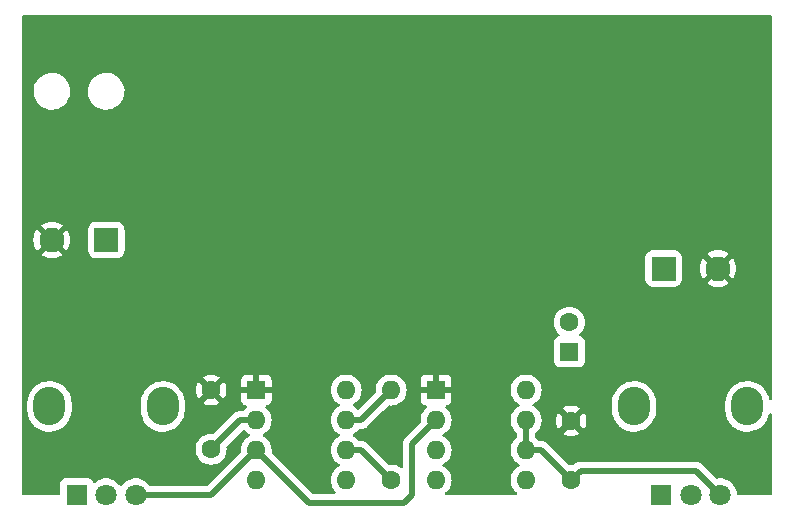
<source format=gbr>
%TF.GenerationSoftware,KiCad,Pcbnew,7.0.9*%
%TF.CreationDate,2023-11-29T23:53:56+08:00*%
%TF.ProjectId,SynthCard,53796e74-6843-4617-9264-2e6b69636164,rev?*%
%TF.SameCoordinates,Original*%
%TF.FileFunction,Copper,L2,Bot*%
%TF.FilePolarity,Positive*%
%FSLAX46Y46*%
G04 Gerber Fmt 4.6, Leading zero omitted, Abs format (unit mm)*
G04 Created by KiCad (PCBNEW 7.0.9) date 2023-11-29 23:53:56*
%MOMM*%
%LPD*%
G01*
G04 APERTURE LIST*
G04 Aperture macros list*
%AMRoundRect*
0 Rectangle with rounded corners*
0 $1 Rounding radius*
0 $2 $3 $4 $5 $6 $7 $8 $9 X,Y pos of 4 corners*
0 Add a 4 corners polygon primitive as box body*
4,1,4,$2,$3,$4,$5,$6,$7,$8,$9,$2,$3,0*
0 Add four circle primitives for the rounded corners*
1,1,$1+$1,$2,$3*
1,1,$1+$1,$4,$5*
1,1,$1+$1,$6,$7*
1,1,$1+$1,$8,$9*
0 Add four rect primitives between the rounded corners*
20,1,$1+$1,$2,$3,$4,$5,0*
20,1,$1+$1,$4,$5,$6,$7,0*
20,1,$1+$1,$6,$7,$8,$9,0*
20,1,$1+$1,$8,$9,$2,$3,0*%
G04 Aperture macros list end*
%TA.AperFunction,ComponentPad*%
%ADD10C,1.600000*%
%TD*%
%TA.AperFunction,ComponentPad*%
%ADD11O,1.600000X1.600000*%
%TD*%
%TA.AperFunction,ComponentPad*%
%ADD12R,1.600000X1.600000*%
%TD*%
%TA.AperFunction,ComponentPad*%
%ADD13O,2.720000X3.240000*%
%TD*%
%TA.AperFunction,ComponentPad*%
%ADD14R,1.800000X1.800000*%
%TD*%
%TA.AperFunction,ComponentPad*%
%ADD15C,1.800000*%
%TD*%
%TA.AperFunction,ComponentPad*%
%ADD16RoundRect,0.250001X-0.799999X-0.799999X0.799999X-0.799999X0.799999X0.799999X-0.799999X0.799999X0*%
%TD*%
%TA.AperFunction,ComponentPad*%
%ADD17C,2.100000*%
%TD*%
%TA.AperFunction,ComponentPad*%
%ADD18RoundRect,0.250001X0.799999X0.799999X-0.799999X0.799999X-0.799999X-0.799999X0.799999X-0.799999X0*%
%TD*%
%TA.AperFunction,Conductor*%
%ADD19C,0.500000*%
%TD*%
G04 APERTURE END LIST*
D10*
%TO.P,R1,1*%
%TO.N,Net-(U1-THR)*%
X135400000Y-120650000D03*
D11*
%TO.P,R1,2*%
%TO.N,Net-(U1-DIS)*%
X135400000Y-113030000D03*
%TD*%
D10*
%TO.P,C2,1*%
%TO.N,Net-(U2-DIS)*%
X150640000Y-120650000D03*
%TO.P,C2,2*%
%TO.N,GND*%
X150640000Y-115650000D03*
%TD*%
D12*
%TO.P,C3,1*%
%TO.N,Net-(U2-Q)*%
X150495000Y-109790113D03*
D10*
%TO.P,C3,2*%
%TO.N,Net-(C3-Pad2)*%
X150495000Y-107290113D03*
%TD*%
%TO.P,C1,1*%
%TO.N,Net-(U1-TR)*%
X120160000Y-118030000D03*
%TO.P,C1,2*%
%TO.N,GND*%
X120160000Y-113030000D03*
%TD*%
D13*
%TO.P,RV1,*%
%TO.N,*%
X106480000Y-114420000D03*
X116080000Y-114420000D03*
D14*
%TO.P,RV1,1,1*%
%TO.N,+9V*%
X108780000Y-121920000D03*
D15*
%TO.P,RV1,2,2*%
X111280000Y-121920000D03*
%TO.P,RV1,3,3*%
%TO.N,Net-(U1-Q)*%
X113780000Y-121920000D03*
%TD*%
D12*
%TO.P,U1,1,GND*%
%TO.N,GND*%
X123980000Y-113030000D03*
D11*
%TO.P,U1,2,TR*%
%TO.N,Net-(U1-TR)*%
X123980000Y-115570000D03*
%TO.P,U1,3,Q*%
%TO.N,Net-(U1-Q)*%
X123980000Y-118110000D03*
%TO.P,U1,4,R*%
%TO.N,+9V*%
X123980000Y-120650000D03*
%TO.P,U1,5,CV*%
%TO.N,unconnected-(U1-CV-Pad5)*%
X131600000Y-120650000D03*
%TO.P,U1,6,THR*%
%TO.N,Net-(U1-THR)*%
X131600000Y-118110000D03*
%TO.P,U1,7,DIS*%
%TO.N,Net-(U1-DIS)*%
X131600000Y-115570000D03*
%TO.P,U1,8,VCC*%
%TO.N,+9V*%
X131600000Y-113030000D03*
%TD*%
D16*
%TO.P,LS1,1,1*%
%TO.N,Net-(C3-Pad2)*%
X158482000Y-102743000D03*
D17*
%TO.P,LS1,2,2*%
%TO.N,GND*%
X163082000Y-102743000D03*
%TD*%
D18*
%TO.P,BT1,1,+*%
%TO.N,+9V*%
X111280000Y-100330000D03*
D17*
%TO.P,BT1,2,-*%
%TO.N,GND*%
X106680000Y-100330000D03*
%TD*%
D12*
%TO.P,U2,1,GND*%
%TO.N,GND*%
X139210000Y-113030000D03*
D11*
%TO.P,U2,2,TR*%
%TO.N,Net-(U1-Q)*%
X139210000Y-115570000D03*
%TO.P,U2,3,Q*%
%TO.N,Net-(U2-Q)*%
X139210000Y-118110000D03*
%TO.P,U2,4,R*%
%TO.N,+9V*%
X139210000Y-120650000D03*
%TO.P,U2,5,CV*%
%TO.N,unconnected-(U2-CV-Pad5)*%
X146830000Y-120650000D03*
%TO.P,U2,6,THR*%
%TO.N,Net-(U2-DIS)*%
X146830000Y-118110000D03*
%TO.P,U2,7,DIS*%
X146830000Y-115570000D03*
%TO.P,U2,8,VCC*%
%TO.N,+9V*%
X146830000Y-113030000D03*
%TD*%
D13*
%TO.P,RV2,*%
%TO.N,*%
X155970000Y-114420000D03*
X165570000Y-114420000D03*
D14*
%TO.P,RV2,1,1*%
%TO.N,+9V*%
X158270000Y-121920000D03*
D15*
%TO.P,RV2,2,2*%
X160770000Y-121920000D03*
%TO.P,RV2,3,3*%
%TO.N,Net-(U2-DIS)*%
X163270000Y-121920000D03*
%TD*%
D19*
%TO.N,Net-(U1-TR)*%
X122620000Y-115570000D02*
X120160000Y-118030000D01*
X123980000Y-115570000D02*
X122620000Y-115570000D01*
%TO.N,Net-(U2-DIS)*%
X146830000Y-118110000D02*
X148100000Y-118110000D01*
X150640000Y-120650000D02*
X151439999Y-119850001D01*
X161200001Y-119850001D02*
X163270000Y-121920000D01*
X151439999Y-119850001D02*
X161200001Y-119850001D01*
X148100000Y-118110000D02*
X150640000Y-120650000D01*
X146830000Y-115570000D02*
X146830000Y-118110000D01*
%TO.N,Net-(U1-THR)*%
X131600000Y-118110000D02*
X132860000Y-118110000D01*
X132860000Y-118110000D02*
X135400000Y-120650000D01*
%TO.N,Net-(U1-DIS)*%
X132860000Y-115570000D02*
X135400000Y-113030000D01*
X131600000Y-115570000D02*
X132860000Y-115570000D01*
%TO.N,Net-(U1-Q)*%
X128425000Y-122555000D02*
X123980000Y-118110000D01*
X123980000Y-118110000D02*
X120170000Y-121920000D01*
X137160000Y-117620000D02*
X137160000Y-121920000D01*
X136525000Y-122555000D02*
X128425000Y-122555000D01*
X139210000Y-115570000D02*
X137160000Y-117620000D01*
X137160000Y-121920000D02*
X136525000Y-122555000D01*
X120170000Y-121920000D02*
X113780000Y-121920000D01*
%TD*%
%TA.AperFunction,Conductor*%
%TO.N,GND*%
G36*
X167583039Y-81299685D02*
G01*
X167628794Y-81352489D01*
X167640000Y-81404000D01*
X167640000Y-113732016D01*
X167620315Y-113799055D01*
X167567511Y-113844810D01*
X167498353Y-113854754D01*
X167434797Y-113825729D01*
X167397023Y-113766951D01*
X167394967Y-113758977D01*
X167364065Y-113620253D01*
X167364063Y-113620249D01*
X167364063Y-113620247D01*
X167266355Y-113364781D01*
X167132493Y-113126264D01*
X167058160Y-113030000D01*
X166965330Y-112909781D01*
X166965321Y-112909771D01*
X166768429Y-112719944D01*
X166768427Y-112719942D01*
X166651522Y-112636303D01*
X166545981Y-112560795D01*
X166538200Y-112556794D01*
X166302749Y-112435739D01*
X166302727Y-112435730D01*
X166043883Y-112347424D01*
X166043870Y-112347421D01*
X166043865Y-112347420D01*
X165774903Y-112297740D01*
X165501577Y-112287751D01*
X165229703Y-112317666D01*
X164965084Y-112386846D01*
X164713364Y-112493814D01*
X164479892Y-112636300D01*
X164479882Y-112636307D01*
X164269654Y-112811260D01*
X164269648Y-112811266D01*
X164087133Y-113014966D01*
X163936217Y-113243077D01*
X163820121Y-113490732D01*
X163820119Y-113490739D01*
X163741326Y-113752633D01*
X163741323Y-113752647D01*
X163723420Y-113874300D01*
X163701500Y-114023243D01*
X163701500Y-114023247D01*
X163701500Y-114748294D01*
X163716467Y-114952782D01*
X163716469Y-114952795D01*
X163775934Y-115219746D01*
X163775937Y-115219753D01*
X163849448Y-115411955D01*
X163873646Y-115475221D01*
X164007506Y-115713734D01*
X164007509Y-115713739D01*
X164174669Y-115930218D01*
X164174678Y-115930228D01*
X164283521Y-116035165D01*
X164371574Y-116120059D01*
X164594019Y-116279205D01*
X164639291Y-116302481D01*
X164837250Y-116404260D01*
X164837261Y-116404264D01*
X164837266Y-116404267D01*
X164837272Y-116404269D01*
X165096116Y-116492575D01*
X165096122Y-116492576D01*
X165096130Y-116492579D01*
X165365093Y-116542259D01*
X165529091Y-116548252D01*
X165638422Y-116552248D01*
X165638422Y-116552247D01*
X165638424Y-116552248D01*
X165910296Y-116522334D01*
X166174916Y-116453153D01*
X166289971Y-116404260D01*
X166426635Y-116346185D01*
X166426638Y-116346183D01*
X166426643Y-116346181D01*
X166660112Y-116203697D01*
X166870347Y-116028738D01*
X167052867Y-115825033D01*
X167203783Y-115596923D01*
X167319877Y-115349271D01*
X167349743Y-115250000D01*
X167397258Y-115092070D01*
X167435421Y-115033544D01*
X167499169Y-115004942D01*
X167568259Y-115015344D01*
X167620758Y-115061449D01*
X167640000Y-115127794D01*
X167640000Y-121796000D01*
X167620315Y-121863039D01*
X167567511Y-121908794D01*
X167516000Y-121920000D01*
X164797477Y-121920000D01*
X164730438Y-121900315D01*
X164684683Y-121847511D01*
X164673901Y-121806240D01*
X164666323Y-121714797D01*
X164664051Y-121687374D01*
X164606749Y-121461093D01*
X164512984Y-121247331D01*
X164456908Y-121161500D01*
X164385313Y-121051915D01*
X164227223Y-120880185D01*
X164227222Y-120880184D01*
X164227220Y-120880182D01*
X164043017Y-120736810D01*
X164043015Y-120736809D01*
X164043014Y-120736808D01*
X164043011Y-120736806D01*
X163837733Y-120625716D01*
X163837730Y-120625715D01*
X163837727Y-120625713D01*
X163837721Y-120625711D01*
X163837719Y-120625710D01*
X163616954Y-120549920D01*
X163425730Y-120518011D01*
X163386712Y-120511500D01*
X163153288Y-120511500D01*
X163153287Y-120511500D01*
X163028469Y-120532327D01*
X162959104Y-120523945D01*
X162920380Y-120497699D01*
X161781805Y-119359124D01*
X161770023Y-119345491D01*
X161755473Y-119325947D01*
X161755472Y-119325946D01*
X161755470Y-119325943D01*
X161750155Y-119321483D01*
X161714988Y-119291973D01*
X161710999Y-119288318D01*
X161705103Y-119282422D01*
X161705102Y-119282421D01*
X161679104Y-119261864D01*
X161677267Y-119260323D01*
X161619643Y-119211971D01*
X161619641Y-119211969D01*
X161619636Y-119211966D01*
X161613606Y-119208000D01*
X161613631Y-119207960D01*
X161607070Y-119203780D01*
X161607046Y-119203821D01*
X161600905Y-119200032D01*
X161530541Y-119167221D01*
X161461186Y-119132390D01*
X161454402Y-119129921D01*
X161454417Y-119129877D01*
X161447072Y-119127323D01*
X161447058Y-119127368D01*
X161440206Y-119125097D01*
X161402178Y-119117245D01*
X161364150Y-119109393D01*
X161288657Y-119091501D01*
X161288655Y-119091501D01*
X161288647Y-119091499D01*
X161281483Y-119090662D01*
X161281488Y-119090613D01*
X161273758Y-119089823D01*
X161273754Y-119089871D01*
X161266563Y-119089241D01*
X161188921Y-119091501D01*
X151504293Y-119091501D01*
X151486323Y-119090192D01*
X151462205Y-119086659D01*
X151417028Y-119090613D01*
X151409572Y-119091265D01*
X151404171Y-119091501D01*
X151395819Y-119091501D01*
X151379361Y-119093424D01*
X151362903Y-119095348D01*
X151285576Y-119102113D01*
X151278502Y-119103574D01*
X151278492Y-119103527D01*
X151270904Y-119105210D01*
X151270915Y-119105256D01*
X151263889Y-119106921D01*
X151263886Y-119106921D01*
X151263886Y-119106922D01*
X151213949Y-119125097D01*
X151190943Y-119133470D01*
X151117260Y-119157886D01*
X151110712Y-119160940D01*
X151110692Y-119160897D01*
X151103700Y-119164281D01*
X151103722Y-119164324D01*
X151097266Y-119167566D01*
X151032394Y-119210233D01*
X150966349Y-119250969D01*
X150960685Y-119255449D01*
X150960655Y-119255411D01*
X150954626Y-119260323D01*
X150954656Y-119260358D01*
X150949126Y-119264998D01*
X150904435Y-119312367D01*
X150844111Y-119347621D01*
X150803435Y-119350800D01*
X150640002Y-119336502D01*
X150639997Y-119336502D01*
X150476156Y-119350835D01*
X150407657Y-119337068D01*
X150377669Y-119314988D01*
X148681804Y-117619123D01*
X148670022Y-117605490D01*
X148655472Y-117585946D01*
X148655471Y-117585945D01*
X148655469Y-117585942D01*
X148649290Y-117580757D01*
X148614987Y-117551972D01*
X148610998Y-117548317D01*
X148605102Y-117542421D01*
X148605101Y-117542420D01*
X148579103Y-117521863D01*
X148519640Y-117471968D01*
X148519635Y-117471965D01*
X148513605Y-117467999D01*
X148513630Y-117467959D01*
X148507069Y-117463779D01*
X148507045Y-117463820D01*
X148500904Y-117460031D01*
X148430540Y-117427220D01*
X148361185Y-117392389D01*
X148354401Y-117389920D01*
X148354416Y-117389876D01*
X148347071Y-117387322D01*
X148347057Y-117387367D01*
X148340205Y-117385096D01*
X148302177Y-117377244D01*
X148264149Y-117369392D01*
X148188656Y-117351500D01*
X148188654Y-117351500D01*
X148188646Y-117351498D01*
X148181482Y-117350661D01*
X148181487Y-117350612D01*
X148173757Y-117349822D01*
X148173753Y-117349870D01*
X148166562Y-117349240D01*
X148088920Y-117351500D01*
X147960826Y-117351500D01*
X147893787Y-117331815D01*
X147859252Y-117298625D01*
X147852834Y-117289459D01*
X147836198Y-117265700D01*
X147674300Y-117103802D01*
X147641374Y-117080747D01*
X147597751Y-117026171D01*
X147588500Y-116979174D01*
X147588500Y-116700825D01*
X147608185Y-116633786D01*
X147641375Y-116599251D01*
X147674300Y-116576198D01*
X147836198Y-116414300D01*
X147967523Y-116226749D01*
X148064284Y-116019243D01*
X148123543Y-115798087D01*
X148136499Y-115650002D01*
X149335034Y-115650002D01*
X149354858Y-115876599D01*
X149354860Y-115876610D01*
X149413730Y-116096317D01*
X149413734Y-116096326D01*
X149509865Y-116302481D01*
X149509866Y-116302483D01*
X149560973Y-116375471D01*
X149560974Y-116375472D01*
X150242046Y-115694399D01*
X150254835Y-115775148D01*
X150312359Y-115888045D01*
X150401955Y-115977641D01*
X150514852Y-116035165D01*
X150595599Y-116047953D01*
X149914526Y-116729025D01*
X149914526Y-116729026D01*
X149987512Y-116780131D01*
X149987516Y-116780133D01*
X150193673Y-116876265D01*
X150193682Y-116876269D01*
X150413389Y-116935139D01*
X150413400Y-116935141D01*
X150639998Y-116954966D01*
X150640002Y-116954966D01*
X150866599Y-116935141D01*
X150866610Y-116935139D01*
X151086317Y-116876269D01*
X151086331Y-116876264D01*
X151292478Y-116780136D01*
X151365472Y-116729025D01*
X150684401Y-116047953D01*
X150765148Y-116035165D01*
X150878045Y-115977641D01*
X150967641Y-115888045D01*
X151025165Y-115775148D01*
X151037953Y-115694400D01*
X151719025Y-116375472D01*
X151770136Y-116302478D01*
X151866264Y-116096331D01*
X151866269Y-116096317D01*
X151925139Y-115876610D01*
X151925141Y-115876599D01*
X151944966Y-115650002D01*
X151944966Y-115649997D01*
X151925141Y-115423400D01*
X151925139Y-115423389D01*
X151866269Y-115203682D01*
X151866265Y-115203673D01*
X151770133Y-114997516D01*
X151770131Y-114997512D01*
X151719026Y-114924526D01*
X151719025Y-114924526D01*
X151037953Y-115605598D01*
X151025165Y-115524852D01*
X150967641Y-115411955D01*
X150878045Y-115322359D01*
X150765148Y-115264835D01*
X150684400Y-115252046D01*
X151188152Y-114748294D01*
X154101500Y-114748294D01*
X154116467Y-114952782D01*
X154116469Y-114952795D01*
X154175934Y-115219746D01*
X154175937Y-115219753D01*
X154249448Y-115411955D01*
X154273646Y-115475221D01*
X154407506Y-115713734D01*
X154407509Y-115713739D01*
X154574669Y-115930218D01*
X154574678Y-115930228D01*
X154683521Y-116035165D01*
X154771574Y-116120059D01*
X154994019Y-116279205D01*
X155039291Y-116302481D01*
X155237250Y-116404260D01*
X155237261Y-116404264D01*
X155237266Y-116404267D01*
X155237272Y-116404269D01*
X155496116Y-116492575D01*
X155496122Y-116492576D01*
X155496130Y-116492579D01*
X155765093Y-116542259D01*
X155929091Y-116548252D01*
X156038422Y-116552248D01*
X156038422Y-116552247D01*
X156038424Y-116552248D01*
X156310296Y-116522334D01*
X156574916Y-116453153D01*
X156689971Y-116404260D01*
X156826635Y-116346185D01*
X156826638Y-116346183D01*
X156826643Y-116346181D01*
X157060112Y-116203697D01*
X157270347Y-116028738D01*
X157452867Y-115825033D01*
X157603783Y-115596923D01*
X157719877Y-115349271D01*
X157788629Y-115120750D01*
X157798673Y-115087366D01*
X157798673Y-115087362D01*
X157798676Y-115087355D01*
X157838500Y-114816757D01*
X157838500Y-114091712D01*
X157823533Y-113887217D01*
X157796743Y-113766951D01*
X157764065Y-113620253D01*
X157764063Y-113620249D01*
X157764063Y-113620247D01*
X157666355Y-113364781D01*
X157532493Y-113126264D01*
X157458160Y-113030000D01*
X157365330Y-112909781D01*
X157365321Y-112909771D01*
X157168429Y-112719944D01*
X157168427Y-112719942D01*
X157051522Y-112636303D01*
X156945981Y-112560795D01*
X156938200Y-112556794D01*
X156702749Y-112435739D01*
X156702727Y-112435730D01*
X156443883Y-112347424D01*
X156443870Y-112347421D01*
X156443865Y-112347420D01*
X156174903Y-112297740D01*
X155901577Y-112287751D01*
X155629703Y-112317666D01*
X155365084Y-112386846D01*
X155113364Y-112493814D01*
X154879892Y-112636300D01*
X154879882Y-112636307D01*
X154669654Y-112811260D01*
X154669648Y-112811266D01*
X154487133Y-113014966D01*
X154336217Y-113243077D01*
X154220121Y-113490732D01*
X154220119Y-113490739D01*
X154141326Y-113752633D01*
X154141323Y-113752647D01*
X154123420Y-113874300D01*
X154101500Y-114023243D01*
X154101500Y-114023247D01*
X154101500Y-114748294D01*
X151188152Y-114748294D01*
X151365472Y-114570974D01*
X151365471Y-114570973D01*
X151292483Y-114519866D01*
X151292481Y-114519865D01*
X151086326Y-114423734D01*
X151086317Y-114423730D01*
X150866610Y-114364860D01*
X150866599Y-114364858D01*
X150640002Y-114345034D01*
X150639998Y-114345034D01*
X150413400Y-114364858D01*
X150413389Y-114364860D01*
X150193682Y-114423730D01*
X150193673Y-114423734D01*
X149987513Y-114519868D01*
X149914527Y-114570972D01*
X149914526Y-114570973D01*
X150595600Y-115252046D01*
X150514852Y-115264835D01*
X150401955Y-115322359D01*
X150312359Y-115411955D01*
X150254835Y-115524852D01*
X150242046Y-115605599D01*
X149560973Y-114924526D01*
X149560972Y-114924527D01*
X149509868Y-114997513D01*
X149413734Y-115203673D01*
X149413730Y-115203682D01*
X149354860Y-115423389D01*
X149354858Y-115423400D01*
X149335034Y-115649997D01*
X149335034Y-115650002D01*
X148136499Y-115650002D01*
X148143498Y-115570000D01*
X148123543Y-115341913D01*
X148064284Y-115120757D01*
X148048708Y-115087355D01*
X148000979Y-114984999D01*
X147967523Y-114913251D01*
X147836198Y-114725700D01*
X147674300Y-114563802D01*
X147486749Y-114432477D01*
X147467999Y-114423734D01*
X147443655Y-114412382D01*
X147391215Y-114366210D01*
X147372063Y-114299017D01*
X147392278Y-114232136D01*
X147443655Y-114187618D01*
X147446882Y-114186112D01*
X147486749Y-114167523D01*
X147674300Y-114036198D01*
X147836198Y-113874300D01*
X147967523Y-113686749D01*
X148064284Y-113479243D01*
X148123543Y-113258087D01*
X148143498Y-113030000D01*
X148123543Y-112801913D01*
X148064284Y-112580757D01*
X147967523Y-112373251D01*
X147836198Y-112185700D01*
X147674300Y-112023802D01*
X147486749Y-111892477D01*
X147486745Y-111892475D01*
X147279249Y-111795718D01*
X147279238Y-111795714D01*
X147058089Y-111736457D01*
X147058081Y-111736456D01*
X146830002Y-111716502D01*
X146829998Y-111716502D01*
X146601918Y-111736456D01*
X146601910Y-111736457D01*
X146380761Y-111795714D01*
X146380750Y-111795718D01*
X146173254Y-111892475D01*
X146173252Y-111892476D01*
X146102856Y-111941767D01*
X145985700Y-112023802D01*
X145985698Y-112023803D01*
X145985695Y-112023806D01*
X145823806Y-112185695D01*
X145692476Y-112373252D01*
X145692475Y-112373254D01*
X145595718Y-112580750D01*
X145595714Y-112580761D01*
X145536457Y-112801910D01*
X145536456Y-112801918D01*
X145516502Y-113029998D01*
X145516502Y-113030001D01*
X145536456Y-113258081D01*
X145536457Y-113258089D01*
X145595714Y-113479238D01*
X145595718Y-113479249D01*
X145690485Y-113682478D01*
X145692477Y-113686749D01*
X145823802Y-113874300D01*
X145985700Y-114036198D01*
X146162694Y-114160131D01*
X146173251Y-114167523D01*
X146216345Y-114187618D01*
X146268784Y-114233791D01*
X146287936Y-114300984D01*
X146267720Y-114367865D01*
X146216345Y-114412382D01*
X146173251Y-114432476D01*
X146105268Y-114480079D01*
X145985700Y-114563802D01*
X145985698Y-114563803D01*
X145985695Y-114563806D01*
X145823806Y-114725695D01*
X145823803Y-114725698D01*
X145823802Y-114725700D01*
X145767114Y-114806659D01*
X145692476Y-114913252D01*
X145692475Y-114913254D01*
X145595718Y-115120750D01*
X145595714Y-115120761D01*
X145536457Y-115341910D01*
X145536456Y-115341918D01*
X145516502Y-115569998D01*
X145516502Y-115570001D01*
X145536456Y-115798081D01*
X145536457Y-115798089D01*
X145595714Y-116019238D01*
X145595718Y-116019249D01*
X145684558Y-116209766D01*
X145692477Y-116226749D01*
X145823802Y-116414300D01*
X145823805Y-116414303D01*
X145823806Y-116414304D01*
X145985695Y-116576194D01*
X145985698Y-116576196D01*
X145985700Y-116576198D01*
X146018623Y-116599250D01*
X146062247Y-116653824D01*
X146071500Y-116700825D01*
X146071500Y-116979174D01*
X146051815Y-117046213D01*
X146018626Y-117080746D01*
X145985700Y-117103802D01*
X145985696Y-117103805D01*
X145823806Y-117265695D01*
X145823803Y-117265698D01*
X145823802Y-117265700D01*
X145758604Y-117358812D01*
X145692476Y-117453252D01*
X145692475Y-117453254D01*
X145595718Y-117660750D01*
X145595714Y-117660761D01*
X145536457Y-117881910D01*
X145536456Y-117881918D01*
X145516502Y-118109998D01*
X145516502Y-118110001D01*
X145536456Y-118338081D01*
X145536457Y-118338089D01*
X145595714Y-118559238D01*
X145595718Y-118559249D01*
X145692475Y-118766745D01*
X145692477Y-118766749D01*
X145823802Y-118954300D01*
X145985700Y-119116198D01*
X146119996Y-119210233D01*
X146173251Y-119247523D01*
X146216345Y-119267618D01*
X146268784Y-119313791D01*
X146287936Y-119380984D01*
X146267720Y-119447865D01*
X146216345Y-119492382D01*
X146173251Y-119512476D01*
X146072945Y-119582712D01*
X145985700Y-119643802D01*
X145985698Y-119643803D01*
X145985695Y-119643806D01*
X145823806Y-119805695D01*
X145823803Y-119805698D01*
X145823802Y-119805700D01*
X145764074Y-119891000D01*
X145692476Y-119993252D01*
X145692475Y-119993254D01*
X145595718Y-120200750D01*
X145595714Y-120200761D01*
X145536457Y-120421910D01*
X145536456Y-120421918D01*
X145516502Y-120649998D01*
X145516502Y-120650001D01*
X145536456Y-120878081D01*
X145536457Y-120878089D01*
X145595714Y-121099238D01*
X145595718Y-121099249D01*
X145664770Y-121247331D01*
X145692477Y-121306749D01*
X145823802Y-121494300D01*
X145823806Y-121494304D01*
X145985699Y-121656197D01*
X146040295Y-121694426D01*
X146083920Y-121749003D01*
X146091112Y-121818501D01*
X146059590Y-121880856D01*
X145999360Y-121916269D01*
X145969171Y-121920000D01*
X140070829Y-121920000D01*
X140003790Y-121900315D01*
X139958035Y-121847511D01*
X139948091Y-121778353D01*
X139977116Y-121714797D01*
X139999705Y-121694426D01*
X140009776Y-121687374D01*
X140054300Y-121656198D01*
X140216198Y-121494300D01*
X140347523Y-121306749D01*
X140444284Y-121099243D01*
X140503543Y-120878087D01*
X140523498Y-120650000D01*
X140521373Y-120625716D01*
X140513203Y-120532327D01*
X140503543Y-120421913D01*
X140444284Y-120200757D01*
X140347523Y-119993251D01*
X140216198Y-119805700D01*
X140054300Y-119643802D01*
X139866749Y-119512477D01*
X139823655Y-119492382D01*
X139771215Y-119446210D01*
X139752063Y-119379017D01*
X139772278Y-119312136D01*
X139823655Y-119267618D01*
X139829273Y-119264998D01*
X139866749Y-119247523D01*
X140054300Y-119116198D01*
X140216198Y-118954300D01*
X140347523Y-118766749D01*
X140444284Y-118559243D01*
X140503543Y-118338087D01*
X140523498Y-118110000D01*
X140503543Y-117881913D01*
X140444284Y-117660757D01*
X140406981Y-117580761D01*
X140405736Y-117578091D01*
X140347523Y-117453251D01*
X140216198Y-117265700D01*
X140054300Y-117103802D01*
X139866749Y-116972477D01*
X139823655Y-116952382D01*
X139771215Y-116906210D01*
X139752063Y-116839017D01*
X139772278Y-116772136D01*
X139823655Y-116727618D01*
X139826882Y-116726112D01*
X139866749Y-116707523D01*
X140054300Y-116576198D01*
X140216198Y-116414300D01*
X140347523Y-116226749D01*
X140444284Y-116019243D01*
X140503543Y-115798087D01*
X140523498Y-115570000D01*
X140503543Y-115341913D01*
X140444284Y-115120757D01*
X140428708Y-115087355D01*
X140380979Y-114984999D01*
X140347523Y-114913251D01*
X140216198Y-114725700D01*
X140054300Y-114563802D01*
X140035998Y-114550986D01*
X139992375Y-114496410D01*
X139985183Y-114426912D01*
X140016706Y-114364558D01*
X140076937Y-114329145D01*
X140093871Y-114326124D01*
X140117379Y-114323596D01*
X140252086Y-114273354D01*
X140252093Y-114273350D01*
X140367187Y-114187190D01*
X140367190Y-114187187D01*
X140453350Y-114072093D01*
X140453354Y-114072086D01*
X140503596Y-113937379D01*
X140503598Y-113937372D01*
X140509999Y-113877844D01*
X140510000Y-113877827D01*
X140510000Y-113280000D01*
X139525686Y-113280000D01*
X139537641Y-113268045D01*
X139595165Y-113155148D01*
X139614986Y-113030000D01*
X139595165Y-112904852D01*
X139537641Y-112791955D01*
X139525686Y-112780000D01*
X140510000Y-112780000D01*
X140510000Y-112182172D01*
X140509999Y-112182155D01*
X140503598Y-112122627D01*
X140503596Y-112122620D01*
X140453354Y-111987913D01*
X140453350Y-111987906D01*
X140367190Y-111872812D01*
X140367187Y-111872809D01*
X140252093Y-111786649D01*
X140252086Y-111786645D01*
X140117379Y-111736403D01*
X140117372Y-111736401D01*
X140057844Y-111730000D01*
X139460000Y-111730000D01*
X139460000Y-112714314D01*
X139448045Y-112702359D01*
X139335148Y-112644835D01*
X139241481Y-112630000D01*
X139178519Y-112630000D01*
X139084852Y-112644835D01*
X138971955Y-112702359D01*
X138960000Y-112714314D01*
X138960000Y-111730000D01*
X138362155Y-111730000D01*
X138302627Y-111736401D01*
X138302620Y-111736403D01*
X138167913Y-111786645D01*
X138167906Y-111786649D01*
X138052812Y-111872809D01*
X138052809Y-111872812D01*
X137966649Y-111987906D01*
X137966645Y-111987913D01*
X137916403Y-112122620D01*
X137916401Y-112122627D01*
X137910000Y-112182155D01*
X137910000Y-112780000D01*
X138894314Y-112780000D01*
X138882359Y-112791955D01*
X138824835Y-112904852D01*
X138805014Y-113030000D01*
X138824835Y-113155148D01*
X138882359Y-113268045D01*
X138894314Y-113280000D01*
X137910000Y-113280000D01*
X137910000Y-113877844D01*
X137916401Y-113937372D01*
X137916403Y-113937379D01*
X137966645Y-114072086D01*
X137966649Y-114072093D01*
X138052809Y-114187187D01*
X138052812Y-114187190D01*
X138167906Y-114273350D01*
X138167913Y-114273354D01*
X138302620Y-114323596D01*
X138302619Y-114323596D01*
X138326129Y-114326124D01*
X138390680Y-114352862D01*
X138430529Y-114410254D01*
X138433023Y-114480079D01*
X138397372Y-114540168D01*
X138384002Y-114550986D01*
X138365699Y-114563802D01*
X138203806Y-114725695D01*
X138203803Y-114725698D01*
X138203802Y-114725700D01*
X138147114Y-114806659D01*
X138072476Y-114913252D01*
X138072475Y-114913254D01*
X137975718Y-115120750D01*
X137975714Y-115120761D01*
X137916457Y-115341910D01*
X137916456Y-115341918D01*
X137896502Y-115569998D01*
X137896502Y-115570002D01*
X137910835Y-115733841D01*
X137897068Y-115802341D01*
X137874988Y-115832329D01*
X136669122Y-117038195D01*
X136655495Y-117049973D01*
X136635941Y-117064531D01*
X136601977Y-117105006D01*
X136598330Y-117108987D01*
X136592418Y-117114900D01*
X136571863Y-117140896D01*
X136521967Y-117200360D01*
X136518001Y-117206391D01*
X136517963Y-117206366D01*
X136513782Y-117212928D01*
X136513821Y-117212952D01*
X136510032Y-117219094D01*
X136477220Y-117289459D01*
X136442391Y-117358810D01*
X136439923Y-117365593D01*
X136439878Y-117365576D01*
X136437322Y-117372932D01*
X136437366Y-117372947D01*
X136435096Y-117379795D01*
X136427244Y-117417822D01*
X136419392Y-117455850D01*
X136415572Y-117471970D01*
X136401498Y-117531351D01*
X136400661Y-117538519D01*
X136400613Y-117538513D01*
X136399823Y-117546244D01*
X136399870Y-117546249D01*
X136399240Y-117553438D01*
X136401500Y-117631079D01*
X136401500Y-119515673D01*
X136381815Y-119582712D01*
X136329011Y-119628467D01*
X136259853Y-119638411D01*
X136206378Y-119617248D01*
X136056749Y-119512477D01*
X136013655Y-119492382D01*
X135849249Y-119415718D01*
X135849238Y-119415714D01*
X135628089Y-119356457D01*
X135628081Y-119356456D01*
X135400002Y-119336502D01*
X135399997Y-119336502D01*
X135236156Y-119350835D01*
X135167657Y-119337068D01*
X135137669Y-119314988D01*
X133441804Y-117619123D01*
X133430022Y-117605490D01*
X133415472Y-117585946D01*
X133415471Y-117585945D01*
X133415469Y-117585942D01*
X133409290Y-117580757D01*
X133374987Y-117551972D01*
X133370998Y-117548317D01*
X133365102Y-117542421D01*
X133365101Y-117542420D01*
X133339103Y-117521863D01*
X133279640Y-117471968D01*
X133279635Y-117471965D01*
X133273605Y-117467999D01*
X133273630Y-117467959D01*
X133267069Y-117463779D01*
X133267045Y-117463820D01*
X133260904Y-117460031D01*
X133190540Y-117427220D01*
X133121185Y-117392389D01*
X133114401Y-117389920D01*
X133114416Y-117389876D01*
X133107071Y-117387322D01*
X133107057Y-117387367D01*
X133100205Y-117385096D01*
X133062177Y-117377244D01*
X133024149Y-117369392D01*
X132948656Y-117351500D01*
X132948654Y-117351500D01*
X132948646Y-117351498D01*
X132941482Y-117350661D01*
X132941487Y-117350612D01*
X132933757Y-117349822D01*
X132933753Y-117349870D01*
X132926562Y-117349240D01*
X132848920Y-117351500D01*
X132730826Y-117351500D01*
X132663787Y-117331815D01*
X132629252Y-117298625D01*
X132622834Y-117289459D01*
X132606198Y-117265700D01*
X132444300Y-117103802D01*
X132256749Y-116972477D01*
X132213655Y-116952382D01*
X132161215Y-116906210D01*
X132142063Y-116839017D01*
X132162278Y-116772136D01*
X132213655Y-116727618D01*
X132216882Y-116726112D01*
X132256749Y-116707523D01*
X132444300Y-116576198D01*
X132606198Y-116414300D01*
X132629252Y-116381374D01*
X132683829Y-116337751D01*
X132730826Y-116328500D01*
X132795706Y-116328500D01*
X132813676Y-116329809D01*
X132816174Y-116330174D01*
X132837789Y-116333341D01*
X132890426Y-116328735D01*
X132895828Y-116328500D01*
X132904175Y-116328500D01*
X132904180Y-116328500D01*
X132927835Y-116325734D01*
X132937096Y-116324652D01*
X133014419Y-116317888D01*
X133014422Y-116317887D01*
X133014426Y-116317887D01*
X133014429Y-116317885D01*
X133021493Y-116316427D01*
X133021502Y-116316474D01*
X133029097Y-116314790D01*
X133029087Y-116314744D01*
X133036107Y-116313079D01*
X133036113Y-116313079D01*
X133109065Y-116286526D01*
X133182738Y-116262114D01*
X133182746Y-116262108D01*
X133189284Y-116259061D01*
X133189305Y-116259106D01*
X133196302Y-116255719D01*
X133196280Y-116255675D01*
X133202729Y-116252436D01*
X133202728Y-116252436D01*
X133202732Y-116252435D01*
X133267605Y-116209766D01*
X133333651Y-116169030D01*
X133333655Y-116169025D01*
X133339319Y-116164548D01*
X133339350Y-116164587D01*
X133345374Y-116159680D01*
X133345342Y-116159642D01*
X133350864Y-116155007D01*
X133350874Y-116155001D01*
X133383840Y-116120059D01*
X133404163Y-116098518D01*
X134700431Y-114802249D01*
X135137671Y-114365008D01*
X135198992Y-114331525D01*
X135236154Y-114329163D01*
X135377987Y-114341572D01*
X135399999Y-114343498D01*
X135400000Y-114343498D01*
X135400002Y-114343498D01*
X135457021Y-114338509D01*
X135628087Y-114323543D01*
X135849243Y-114264284D01*
X136056749Y-114167523D01*
X136244300Y-114036198D01*
X136406198Y-113874300D01*
X136537523Y-113686749D01*
X136634284Y-113479243D01*
X136693543Y-113258087D01*
X136713498Y-113030000D01*
X136693543Y-112801913D01*
X136634284Y-112580757D01*
X136537523Y-112373251D01*
X136406198Y-112185700D01*
X136244300Y-112023802D01*
X136056749Y-111892477D01*
X136056745Y-111892475D01*
X135849249Y-111795718D01*
X135849238Y-111795714D01*
X135628089Y-111736457D01*
X135628081Y-111736456D01*
X135400002Y-111716502D01*
X135399998Y-111716502D01*
X135171918Y-111736456D01*
X135171910Y-111736457D01*
X134950761Y-111795714D01*
X134950750Y-111795718D01*
X134743254Y-111892475D01*
X134743252Y-111892476D01*
X134672856Y-111941767D01*
X134555700Y-112023802D01*
X134555698Y-112023803D01*
X134555695Y-112023806D01*
X134393806Y-112185695D01*
X134262476Y-112373252D01*
X134262475Y-112373254D01*
X134165718Y-112580750D01*
X134165714Y-112580761D01*
X134106457Y-112801910D01*
X134106456Y-112801918D01*
X134086502Y-113029998D01*
X134086502Y-113030002D01*
X134100835Y-113193841D01*
X134087068Y-113262341D01*
X134064988Y-113292329D01*
X132706589Y-114650729D01*
X132645266Y-114684214D01*
X132575574Y-114679230D01*
X132531227Y-114650729D01*
X132444304Y-114563806D01*
X132444300Y-114563802D01*
X132256749Y-114432477D01*
X132237999Y-114423734D01*
X132213655Y-114412382D01*
X132161215Y-114366210D01*
X132142063Y-114299017D01*
X132162278Y-114232136D01*
X132213655Y-114187618D01*
X132216882Y-114186112D01*
X132256749Y-114167523D01*
X132444300Y-114036198D01*
X132606198Y-113874300D01*
X132737523Y-113686749D01*
X132834284Y-113479243D01*
X132893543Y-113258087D01*
X132913498Y-113030000D01*
X132893543Y-112801913D01*
X132834284Y-112580757D01*
X132737523Y-112373251D01*
X132606198Y-112185700D01*
X132444300Y-112023802D01*
X132256749Y-111892477D01*
X132256745Y-111892475D01*
X132049249Y-111795718D01*
X132049238Y-111795714D01*
X131828089Y-111736457D01*
X131828081Y-111736456D01*
X131600002Y-111716502D01*
X131599998Y-111716502D01*
X131371918Y-111736456D01*
X131371910Y-111736457D01*
X131150761Y-111795714D01*
X131150750Y-111795718D01*
X130943254Y-111892475D01*
X130943252Y-111892476D01*
X130872856Y-111941767D01*
X130755700Y-112023802D01*
X130755698Y-112023803D01*
X130755695Y-112023806D01*
X130593806Y-112185695D01*
X130462476Y-112373252D01*
X130462475Y-112373254D01*
X130365718Y-112580750D01*
X130365714Y-112580761D01*
X130306457Y-112801910D01*
X130306456Y-112801918D01*
X130286502Y-113029998D01*
X130286502Y-113030001D01*
X130306456Y-113258081D01*
X130306457Y-113258089D01*
X130365714Y-113479238D01*
X130365718Y-113479249D01*
X130460485Y-113682478D01*
X130462477Y-113686749D01*
X130593802Y-113874300D01*
X130755700Y-114036198D01*
X130932694Y-114160131D01*
X130943251Y-114167523D01*
X130986345Y-114187618D01*
X131038784Y-114233791D01*
X131057936Y-114300984D01*
X131037720Y-114367865D01*
X130986345Y-114412382D01*
X130943251Y-114432476D01*
X130875268Y-114480079D01*
X130755700Y-114563802D01*
X130755698Y-114563803D01*
X130755695Y-114563806D01*
X130593806Y-114725695D01*
X130593803Y-114725698D01*
X130593802Y-114725700D01*
X130537114Y-114806659D01*
X130462476Y-114913252D01*
X130462475Y-114913254D01*
X130365718Y-115120750D01*
X130365714Y-115120761D01*
X130306457Y-115341910D01*
X130306456Y-115341918D01*
X130286502Y-115569998D01*
X130286502Y-115570001D01*
X130306456Y-115798081D01*
X130306457Y-115798089D01*
X130365714Y-116019238D01*
X130365718Y-116019249D01*
X130454558Y-116209766D01*
X130462477Y-116226749D01*
X130593802Y-116414300D01*
X130755700Y-116576198D01*
X130925349Y-116694988D01*
X130943251Y-116707523D01*
X130986345Y-116727618D01*
X131038784Y-116773791D01*
X131057936Y-116840984D01*
X131037720Y-116907865D01*
X130986345Y-116952382D01*
X130943251Y-116972476D01*
X130818126Y-117060090D01*
X130755700Y-117103802D01*
X130755698Y-117103803D01*
X130755695Y-117103806D01*
X130593806Y-117265695D01*
X130593803Y-117265698D01*
X130593802Y-117265700D01*
X130528604Y-117358812D01*
X130462476Y-117453252D01*
X130462475Y-117453254D01*
X130365718Y-117660750D01*
X130365714Y-117660761D01*
X130306457Y-117881910D01*
X130306456Y-117881918D01*
X130286502Y-118109998D01*
X130286502Y-118110001D01*
X130306456Y-118338081D01*
X130306457Y-118338089D01*
X130365714Y-118559238D01*
X130365718Y-118559249D01*
X130462475Y-118766745D01*
X130462477Y-118766749D01*
X130593802Y-118954300D01*
X130755700Y-119116198D01*
X130889996Y-119210233D01*
X130943251Y-119247523D01*
X130986345Y-119267618D01*
X131038784Y-119313791D01*
X131057936Y-119380984D01*
X131037720Y-119447865D01*
X130986345Y-119492382D01*
X130943251Y-119512476D01*
X130842945Y-119582712D01*
X130755700Y-119643802D01*
X130755698Y-119643803D01*
X130755695Y-119643806D01*
X130593806Y-119805695D01*
X130593803Y-119805698D01*
X130593802Y-119805700D01*
X130534074Y-119891000D01*
X130462476Y-119993252D01*
X130462475Y-119993254D01*
X130365718Y-120200750D01*
X130365714Y-120200761D01*
X130306457Y-120421910D01*
X130306456Y-120421918D01*
X130286502Y-120649998D01*
X130286502Y-120650001D01*
X130306456Y-120878081D01*
X130306457Y-120878089D01*
X130365714Y-121099238D01*
X130365718Y-121099249D01*
X130434770Y-121247331D01*
X130462477Y-121306749D01*
X130593802Y-121494300D01*
X130593806Y-121494304D01*
X130684321Y-121584819D01*
X130717806Y-121646142D01*
X130712822Y-121715834D01*
X130670950Y-121771767D01*
X130605486Y-121796184D01*
X130596640Y-121796500D01*
X128790543Y-121796500D01*
X128723504Y-121776815D01*
X128702862Y-121760181D01*
X125315010Y-118372329D01*
X125281525Y-118311006D01*
X125279163Y-118273844D01*
X125293498Y-118110000D01*
X125273543Y-117881913D01*
X125214284Y-117660757D01*
X125176981Y-117580761D01*
X125175736Y-117578091D01*
X125117523Y-117453251D01*
X124986198Y-117265700D01*
X124824300Y-117103802D01*
X124636749Y-116972477D01*
X124593655Y-116952382D01*
X124541215Y-116906210D01*
X124522063Y-116839017D01*
X124542278Y-116772136D01*
X124593655Y-116727618D01*
X124596882Y-116726112D01*
X124636749Y-116707523D01*
X124824300Y-116576198D01*
X124986198Y-116414300D01*
X125117523Y-116226749D01*
X125214284Y-116019243D01*
X125273543Y-115798087D01*
X125293498Y-115570000D01*
X125273543Y-115341913D01*
X125214284Y-115120757D01*
X125198708Y-115087355D01*
X125150979Y-114984999D01*
X125117523Y-114913251D01*
X124986198Y-114725700D01*
X124824300Y-114563802D01*
X124805998Y-114550986D01*
X124762375Y-114496410D01*
X124755183Y-114426912D01*
X124786706Y-114364558D01*
X124846937Y-114329145D01*
X124863871Y-114326124D01*
X124887379Y-114323596D01*
X125022086Y-114273354D01*
X125022093Y-114273350D01*
X125137187Y-114187190D01*
X125137190Y-114187187D01*
X125223350Y-114072093D01*
X125223354Y-114072086D01*
X125273596Y-113937379D01*
X125273598Y-113937372D01*
X125279999Y-113877844D01*
X125280000Y-113877827D01*
X125280000Y-113280000D01*
X124295686Y-113280000D01*
X124307641Y-113268045D01*
X124365165Y-113155148D01*
X124384986Y-113030000D01*
X124365165Y-112904852D01*
X124307641Y-112791955D01*
X124295686Y-112780000D01*
X125280000Y-112780000D01*
X125280000Y-112182172D01*
X125279999Y-112182155D01*
X125273598Y-112122627D01*
X125273596Y-112122620D01*
X125223354Y-111987913D01*
X125223350Y-111987906D01*
X125137190Y-111872812D01*
X125137187Y-111872809D01*
X125022093Y-111786649D01*
X125022086Y-111786645D01*
X124887379Y-111736403D01*
X124887372Y-111736401D01*
X124827844Y-111730000D01*
X124230000Y-111730000D01*
X124230000Y-112714314D01*
X124218045Y-112702359D01*
X124105148Y-112644835D01*
X124011481Y-112630000D01*
X123948519Y-112630000D01*
X123854852Y-112644835D01*
X123741955Y-112702359D01*
X123730000Y-112714314D01*
X123730000Y-111730000D01*
X123132155Y-111730000D01*
X123072627Y-111736401D01*
X123072620Y-111736403D01*
X122937913Y-111786645D01*
X122937906Y-111786649D01*
X122822812Y-111872809D01*
X122822809Y-111872812D01*
X122736649Y-111987906D01*
X122736645Y-111987913D01*
X122686403Y-112122620D01*
X122686401Y-112122627D01*
X122680000Y-112182155D01*
X122680000Y-112780000D01*
X123664314Y-112780000D01*
X123652359Y-112791955D01*
X123594835Y-112904852D01*
X123575014Y-113030000D01*
X123594835Y-113155148D01*
X123652359Y-113268045D01*
X123664314Y-113280000D01*
X122680000Y-113280000D01*
X122680000Y-113877844D01*
X122686401Y-113937372D01*
X122686403Y-113937379D01*
X122736645Y-114072086D01*
X122736649Y-114072093D01*
X122822809Y-114187187D01*
X122822812Y-114187190D01*
X122937906Y-114273350D01*
X122937913Y-114273354D01*
X123072620Y-114323596D01*
X123072619Y-114323596D01*
X123096129Y-114326124D01*
X123160680Y-114352862D01*
X123200529Y-114410254D01*
X123203023Y-114480079D01*
X123167372Y-114540168D01*
X123154002Y-114550986D01*
X123135699Y-114563802D01*
X122973805Y-114725696D01*
X122973802Y-114725699D01*
X122973802Y-114725700D01*
X122957982Y-114748294D01*
X122950748Y-114758625D01*
X122896171Y-114802249D01*
X122849174Y-114811500D01*
X122684294Y-114811500D01*
X122666324Y-114810191D01*
X122642206Y-114806658D01*
X122596651Y-114810645D01*
X122589573Y-114811264D01*
X122584172Y-114811500D01*
X122575820Y-114811500D01*
X122559362Y-114813423D01*
X122542904Y-114815347D01*
X122465577Y-114822112D01*
X122458503Y-114823573D01*
X122458493Y-114823526D01*
X122450905Y-114825209D01*
X122450916Y-114825255D01*
X122443890Y-114826920D01*
X122370944Y-114853469D01*
X122297261Y-114877885D01*
X122290713Y-114880939D01*
X122290693Y-114880896D01*
X122283695Y-114884284D01*
X122283717Y-114884327D01*
X122277261Y-114887568D01*
X122212386Y-114930237D01*
X122146346Y-114970972D01*
X122140686Y-114975448D01*
X122140656Y-114975411D01*
X122134627Y-114980322D01*
X122134657Y-114980357D01*
X122129132Y-114984993D01*
X122129126Y-114984998D01*
X122129126Y-114984999D01*
X122083325Y-115033544D01*
X122075819Y-115041500D01*
X120422329Y-116694988D01*
X120361006Y-116728473D01*
X120323841Y-116730835D01*
X120160002Y-116716502D01*
X120159998Y-116716502D01*
X119931918Y-116736456D01*
X119931910Y-116736457D01*
X119710761Y-116795714D01*
X119710750Y-116795718D01*
X119503254Y-116892475D01*
X119503252Y-116892476D01*
X119442321Y-116935141D01*
X119315700Y-117023802D01*
X119315698Y-117023803D01*
X119315695Y-117023806D01*
X119153806Y-117185695D01*
X119153803Y-117185698D01*
X119153802Y-117185700D01*
X119097789Y-117265695D01*
X119022476Y-117373252D01*
X119022475Y-117373254D01*
X118925718Y-117580750D01*
X118925714Y-117580761D01*
X118866457Y-117801910D01*
X118866456Y-117801918D01*
X118846502Y-118029998D01*
X118846502Y-118030001D01*
X118866456Y-118258081D01*
X118866457Y-118258089D01*
X118925714Y-118479238D01*
X118925718Y-118479249D01*
X118963020Y-118559243D01*
X119022477Y-118686749D01*
X119153802Y-118874300D01*
X119315700Y-119036198D01*
X119503251Y-119167523D01*
X119598571Y-119211971D01*
X119710750Y-119264281D01*
X119710752Y-119264281D01*
X119710757Y-119264284D01*
X119931913Y-119323543D01*
X120086505Y-119337068D01*
X120159998Y-119343498D01*
X120160000Y-119343498D01*
X120160002Y-119343498D01*
X120233495Y-119337068D01*
X120388087Y-119323543D01*
X120609243Y-119264284D01*
X120816749Y-119167523D01*
X121004300Y-119036198D01*
X121166198Y-118874300D01*
X121297523Y-118686749D01*
X121394284Y-118479243D01*
X121453543Y-118258087D01*
X121473498Y-118030000D01*
X121459163Y-117866156D01*
X121472929Y-117797658D01*
X121495007Y-117767672D01*
X122823410Y-116439270D01*
X122884733Y-116405785D01*
X122954425Y-116410769D01*
X122998772Y-116439270D01*
X123135700Y-116576198D01*
X123305349Y-116694988D01*
X123323251Y-116707523D01*
X123366345Y-116727618D01*
X123418784Y-116773791D01*
X123437936Y-116840984D01*
X123417720Y-116907865D01*
X123366345Y-116952382D01*
X123323251Y-116972476D01*
X123198126Y-117060090D01*
X123135700Y-117103802D01*
X123135698Y-117103803D01*
X123135695Y-117103806D01*
X122973806Y-117265695D01*
X122973803Y-117265698D01*
X122973802Y-117265700D01*
X122908604Y-117358812D01*
X122842476Y-117453252D01*
X122842475Y-117453254D01*
X122745718Y-117660750D01*
X122745714Y-117660761D01*
X122686457Y-117881910D01*
X122686456Y-117881918D01*
X122666502Y-118109998D01*
X122666502Y-118110002D01*
X122680835Y-118273841D01*
X122667068Y-118342341D01*
X122644988Y-118372329D01*
X119892138Y-121125181D01*
X119830815Y-121158666D01*
X119804457Y-121161500D01*
X115034014Y-121161500D01*
X114966975Y-121141815D01*
X114930205Y-121105322D01*
X114926237Y-121099249D01*
X114895314Y-121051917D01*
X114895312Y-121051915D01*
X114895311Y-121051913D01*
X114737223Y-120880185D01*
X114737222Y-120880184D01*
X114737220Y-120880182D01*
X114553017Y-120736810D01*
X114553015Y-120736809D01*
X114553014Y-120736808D01*
X114553011Y-120736806D01*
X114347733Y-120625716D01*
X114347730Y-120625715D01*
X114347727Y-120625713D01*
X114347721Y-120625711D01*
X114347719Y-120625710D01*
X114126954Y-120549920D01*
X113935730Y-120518011D01*
X113896712Y-120511500D01*
X113663288Y-120511500D01*
X113624270Y-120518011D01*
X113433045Y-120549920D01*
X113212280Y-120625710D01*
X113212266Y-120625716D01*
X113006988Y-120736806D01*
X113006985Y-120736808D01*
X112822781Y-120880181D01*
X112822776Y-120880185D01*
X112664688Y-121051913D01*
X112633809Y-121099178D01*
X112580662Y-121144534D01*
X112511431Y-121153958D01*
X112448095Y-121124456D01*
X112426191Y-121099178D01*
X112395311Y-121051913D01*
X112237223Y-120880185D01*
X112237222Y-120880184D01*
X112237220Y-120880182D01*
X112053017Y-120736810D01*
X112053015Y-120736809D01*
X112053014Y-120736808D01*
X112053011Y-120736806D01*
X111847733Y-120625716D01*
X111847730Y-120625715D01*
X111847727Y-120625713D01*
X111847721Y-120625711D01*
X111847719Y-120625710D01*
X111626954Y-120549920D01*
X111435730Y-120518011D01*
X111396712Y-120511500D01*
X111163288Y-120511500D01*
X111124270Y-120518011D01*
X110933045Y-120549920D01*
X110712280Y-120625710D01*
X110712266Y-120625716D01*
X110506988Y-120736806D01*
X110506986Y-120736807D01*
X110338123Y-120868239D01*
X110273129Y-120893881D01*
X110204589Y-120880314D01*
X110154264Y-120831846D01*
X110145780Y-120813719D01*
X110130889Y-120773796D01*
X110113186Y-120750148D01*
X110043261Y-120656739D01*
X109926204Y-120569111D01*
X109789203Y-120518011D01*
X109728654Y-120511500D01*
X109728638Y-120511500D01*
X107831362Y-120511500D01*
X107831345Y-120511500D01*
X107770797Y-120518011D01*
X107770795Y-120518011D01*
X107633795Y-120569111D01*
X107516739Y-120656739D01*
X107429111Y-120773795D01*
X107378011Y-120910795D01*
X107378011Y-120910797D01*
X107371500Y-120971345D01*
X107371500Y-121796000D01*
X107351815Y-121863039D01*
X107299011Y-121908794D01*
X107247500Y-121920000D01*
X104264000Y-121920000D01*
X104196961Y-121900315D01*
X104151206Y-121847511D01*
X104140000Y-121796000D01*
X104140000Y-114748294D01*
X104611500Y-114748294D01*
X104626467Y-114952782D01*
X104626469Y-114952795D01*
X104685934Y-115219746D01*
X104685937Y-115219753D01*
X104759448Y-115411955D01*
X104783646Y-115475221D01*
X104917506Y-115713734D01*
X104917509Y-115713739D01*
X105084669Y-115930218D01*
X105084678Y-115930228D01*
X105193521Y-116035165D01*
X105281574Y-116120059D01*
X105504019Y-116279205D01*
X105549291Y-116302481D01*
X105747250Y-116404260D01*
X105747261Y-116404264D01*
X105747266Y-116404267D01*
X105747272Y-116404269D01*
X106006116Y-116492575D01*
X106006122Y-116492576D01*
X106006130Y-116492579D01*
X106275093Y-116542259D01*
X106439091Y-116548252D01*
X106548422Y-116552248D01*
X106548422Y-116552247D01*
X106548424Y-116552248D01*
X106820296Y-116522334D01*
X107084916Y-116453153D01*
X107199971Y-116404260D01*
X107336635Y-116346185D01*
X107336638Y-116346183D01*
X107336643Y-116346181D01*
X107570112Y-116203697D01*
X107780347Y-116028738D01*
X107962867Y-115825033D01*
X108113783Y-115596923D01*
X108229877Y-115349271D01*
X108298629Y-115120750D01*
X108308673Y-115087366D01*
X108308673Y-115087362D01*
X108308676Y-115087355D01*
X108348500Y-114816757D01*
X108348500Y-114748294D01*
X114211500Y-114748294D01*
X114226467Y-114952782D01*
X114226469Y-114952795D01*
X114285934Y-115219746D01*
X114285937Y-115219753D01*
X114359448Y-115411955D01*
X114383646Y-115475221D01*
X114517506Y-115713734D01*
X114517509Y-115713739D01*
X114684669Y-115930218D01*
X114684678Y-115930228D01*
X114793521Y-116035165D01*
X114881574Y-116120059D01*
X115104019Y-116279205D01*
X115149291Y-116302481D01*
X115347250Y-116404260D01*
X115347261Y-116404264D01*
X115347266Y-116404267D01*
X115347272Y-116404269D01*
X115606116Y-116492575D01*
X115606122Y-116492576D01*
X115606130Y-116492579D01*
X115875093Y-116542259D01*
X116039091Y-116548252D01*
X116148422Y-116552248D01*
X116148422Y-116552247D01*
X116148424Y-116552248D01*
X116420296Y-116522334D01*
X116684916Y-116453153D01*
X116799971Y-116404260D01*
X116936635Y-116346185D01*
X116936638Y-116346183D01*
X116936643Y-116346181D01*
X117170112Y-116203697D01*
X117380347Y-116028738D01*
X117562867Y-115825033D01*
X117713783Y-115596923D01*
X117829877Y-115349271D01*
X117898629Y-115120750D01*
X117908673Y-115087366D01*
X117908673Y-115087362D01*
X117908676Y-115087355D01*
X117948500Y-114816757D01*
X117948500Y-114091712D01*
X117933533Y-113887217D01*
X117906743Y-113766951D01*
X117874065Y-113620253D01*
X117874063Y-113620249D01*
X117874063Y-113620247D01*
X117776355Y-113364781D01*
X117642493Y-113126264D01*
X117568162Y-113030002D01*
X118855034Y-113030002D01*
X118874858Y-113256599D01*
X118874860Y-113256610D01*
X118933730Y-113476317D01*
X118933734Y-113476326D01*
X119029865Y-113682481D01*
X119029866Y-113682483D01*
X119080973Y-113755471D01*
X119080974Y-113755472D01*
X119762046Y-113074399D01*
X119774835Y-113155148D01*
X119832359Y-113268045D01*
X119921955Y-113357641D01*
X120034852Y-113415165D01*
X120115599Y-113427953D01*
X119434526Y-114109025D01*
X119434526Y-114109026D01*
X119507512Y-114160131D01*
X119507516Y-114160133D01*
X119713673Y-114256265D01*
X119713682Y-114256269D01*
X119933389Y-114315139D01*
X119933400Y-114315141D01*
X120159998Y-114334966D01*
X120160002Y-114334966D01*
X120386599Y-114315141D01*
X120386610Y-114315139D01*
X120606317Y-114256269D01*
X120606331Y-114256264D01*
X120812478Y-114160136D01*
X120885472Y-114109025D01*
X120204401Y-113427953D01*
X120285148Y-113415165D01*
X120398045Y-113357641D01*
X120487641Y-113268045D01*
X120545165Y-113155148D01*
X120557953Y-113074400D01*
X121239025Y-113755472D01*
X121290136Y-113682478D01*
X121386264Y-113476331D01*
X121386269Y-113476317D01*
X121445139Y-113256610D01*
X121445141Y-113256599D01*
X121464966Y-113030002D01*
X121464966Y-113029997D01*
X121445141Y-112803400D01*
X121445139Y-112803389D01*
X121386269Y-112583682D01*
X121386265Y-112583673D01*
X121290133Y-112377516D01*
X121290131Y-112377512D01*
X121239026Y-112304526D01*
X121239025Y-112304526D01*
X120557953Y-112985598D01*
X120545165Y-112904852D01*
X120487641Y-112791955D01*
X120398045Y-112702359D01*
X120285148Y-112644835D01*
X120204400Y-112632046D01*
X120885472Y-111950974D01*
X120885471Y-111950973D01*
X120812483Y-111899866D01*
X120812481Y-111899865D01*
X120606326Y-111803734D01*
X120606317Y-111803730D01*
X120386610Y-111744860D01*
X120386599Y-111744858D01*
X120160002Y-111725034D01*
X120159998Y-111725034D01*
X119933400Y-111744858D01*
X119933389Y-111744860D01*
X119713682Y-111803730D01*
X119713673Y-111803734D01*
X119507513Y-111899868D01*
X119434527Y-111950972D01*
X119434526Y-111950973D01*
X120115600Y-112632046D01*
X120034852Y-112644835D01*
X119921955Y-112702359D01*
X119832359Y-112791955D01*
X119774835Y-112904852D01*
X119762046Y-112985599D01*
X119080973Y-112304526D01*
X119080972Y-112304527D01*
X119029868Y-112377513D01*
X118933734Y-112583673D01*
X118933730Y-112583682D01*
X118874860Y-112803389D01*
X118874858Y-112803400D01*
X118855034Y-113029997D01*
X118855034Y-113030002D01*
X117568162Y-113030002D01*
X117568160Y-113030000D01*
X117475330Y-112909781D01*
X117475321Y-112909771D01*
X117278429Y-112719944D01*
X117278427Y-112719942D01*
X117161522Y-112636303D01*
X117055981Y-112560795D01*
X117048200Y-112556794D01*
X116812749Y-112435739D01*
X116812727Y-112435730D01*
X116553883Y-112347424D01*
X116553870Y-112347421D01*
X116553865Y-112347420D01*
X116284903Y-112297740D01*
X116011577Y-112287751D01*
X115739703Y-112317666D01*
X115475084Y-112386846D01*
X115223364Y-112493814D01*
X114989892Y-112636300D01*
X114989882Y-112636307D01*
X114779654Y-112811260D01*
X114779648Y-112811266D01*
X114597133Y-113014966D01*
X114446217Y-113243077D01*
X114330121Y-113490732D01*
X114330119Y-113490739D01*
X114251326Y-113752633D01*
X114251323Y-113752647D01*
X114233420Y-113874300D01*
X114211500Y-114023243D01*
X114211500Y-114023247D01*
X114211500Y-114748294D01*
X108348500Y-114748294D01*
X108348500Y-114091712D01*
X108333533Y-113887217D01*
X108306743Y-113766951D01*
X108274065Y-113620253D01*
X108274063Y-113620249D01*
X108274063Y-113620247D01*
X108176355Y-113364781D01*
X108042493Y-113126264D01*
X107968160Y-113030000D01*
X107875330Y-112909781D01*
X107875321Y-112909771D01*
X107678429Y-112719944D01*
X107678427Y-112719942D01*
X107561522Y-112636303D01*
X107455981Y-112560795D01*
X107448200Y-112556794D01*
X107212749Y-112435739D01*
X107212727Y-112435730D01*
X106953883Y-112347424D01*
X106953870Y-112347421D01*
X106953865Y-112347420D01*
X106684903Y-112297740D01*
X106411577Y-112287751D01*
X106139703Y-112317666D01*
X105875084Y-112386846D01*
X105623364Y-112493814D01*
X105389892Y-112636300D01*
X105389882Y-112636307D01*
X105179654Y-112811260D01*
X105179648Y-112811266D01*
X104997133Y-113014966D01*
X104846217Y-113243077D01*
X104730121Y-113490732D01*
X104730119Y-113490739D01*
X104651326Y-113752633D01*
X104651323Y-113752647D01*
X104633420Y-113874300D01*
X104611500Y-114023243D01*
X104611500Y-114023247D01*
X104611500Y-114748294D01*
X104140000Y-114748294D01*
X104140000Y-107290114D01*
X149181502Y-107290114D01*
X149201456Y-107518194D01*
X149201457Y-107518202D01*
X149260714Y-107739351D01*
X149260718Y-107739362D01*
X149357475Y-107946858D01*
X149357477Y-107946862D01*
X149488802Y-108134413D01*
X149488806Y-108134417D01*
X149636339Y-108281950D01*
X149669824Y-108343273D01*
X149664840Y-108412965D01*
X149622968Y-108468898D01*
X149591993Y-108485812D01*
X149448795Y-108539224D01*
X149331739Y-108626852D01*
X149244111Y-108743908D01*
X149193011Y-108880908D01*
X149193011Y-108880910D01*
X149186500Y-108941458D01*
X149186500Y-110638767D01*
X149193011Y-110699315D01*
X149193011Y-110699317D01*
X149244111Y-110836317D01*
X149331739Y-110953374D01*
X149448796Y-111041002D01*
X149585799Y-111092102D01*
X149613050Y-111095031D01*
X149646345Y-111098612D01*
X149646362Y-111098613D01*
X151343638Y-111098613D01*
X151343654Y-111098612D01*
X151370692Y-111095704D01*
X151404201Y-111092102D01*
X151541204Y-111041002D01*
X151658261Y-110953374D01*
X151745889Y-110836317D01*
X151796989Y-110699314D01*
X151800591Y-110665805D01*
X151803499Y-110638767D01*
X151803500Y-110638750D01*
X151803500Y-108941475D01*
X151803499Y-108941458D01*
X151800157Y-108910383D01*
X151796989Y-108880912D01*
X151745889Y-108743909D01*
X151658261Y-108626852D01*
X151541204Y-108539224D01*
X151398006Y-108485812D01*
X151342073Y-108443940D01*
X151317657Y-108378475D01*
X151332510Y-108310203D01*
X151353654Y-108281956D01*
X151501198Y-108134413D01*
X151632523Y-107946862D01*
X151729284Y-107739356D01*
X151788543Y-107518200D01*
X151808498Y-107290113D01*
X151788543Y-107062026D01*
X151729284Y-106840870D01*
X151632523Y-106633364D01*
X151501198Y-106445813D01*
X151339300Y-106283915D01*
X151151749Y-106152590D01*
X151151745Y-106152588D01*
X150944249Y-106055831D01*
X150944238Y-106055827D01*
X150723089Y-105996570D01*
X150723081Y-105996569D01*
X150495002Y-105976615D01*
X150494998Y-105976615D01*
X150266918Y-105996569D01*
X150266910Y-105996570D01*
X150045761Y-106055827D01*
X150045750Y-106055831D01*
X149838254Y-106152588D01*
X149838252Y-106152589D01*
X149838251Y-106152590D01*
X149650700Y-106283915D01*
X149650698Y-106283916D01*
X149650695Y-106283919D01*
X149488806Y-106445808D01*
X149357476Y-106633365D01*
X149357475Y-106633367D01*
X149260718Y-106840863D01*
X149260714Y-106840874D01*
X149201457Y-107062023D01*
X149201456Y-107062031D01*
X149181502Y-107290111D01*
X149181502Y-107290114D01*
X104140000Y-107290114D01*
X104140000Y-103593551D01*
X156923500Y-103593551D01*
X156934113Y-103697428D01*
X156989883Y-103865735D01*
X156989884Y-103865738D01*
X157082967Y-104016647D01*
X157082970Y-104016651D01*
X157208348Y-104142029D01*
X157208352Y-104142032D01*
X157359261Y-104235115D01*
X157359264Y-104235116D01*
X157527571Y-104290886D01*
X157527572Y-104290886D01*
X157527575Y-104290887D01*
X157631456Y-104301500D01*
X157631461Y-104301500D01*
X159332539Y-104301500D01*
X159332544Y-104301500D01*
X159436425Y-104290887D01*
X159604738Y-104235115D01*
X159755651Y-104142030D01*
X159881030Y-104016651D01*
X159974115Y-103865738D01*
X160029887Y-103697425D01*
X160040500Y-103593544D01*
X160040500Y-102743000D01*
X161527207Y-102743000D01*
X161546348Y-102986219D01*
X161603303Y-103223457D01*
X161696668Y-103448861D01*
X161820504Y-103650942D01*
X162556070Y-102915376D01*
X162558884Y-102928915D01*
X162628442Y-103063156D01*
X162731638Y-103173652D01*
X162860819Y-103252209D01*
X162912002Y-103266549D01*
X162174056Y-104004494D01*
X162376138Y-104128331D01*
X162601542Y-104221696D01*
X162838780Y-104278651D01*
X162838779Y-104278651D01*
X163082000Y-104297792D01*
X163325219Y-104278651D01*
X163562457Y-104221696D01*
X163787861Y-104128331D01*
X163989942Y-104004494D01*
X163253568Y-103268121D01*
X163370458Y-103217349D01*
X163487739Y-103121934D01*
X163574928Y-102998415D01*
X163605354Y-102912802D01*
X164343494Y-103650942D01*
X164467331Y-103448861D01*
X164560696Y-103223457D01*
X164617651Y-102986219D01*
X164636792Y-102743000D01*
X164617651Y-102499780D01*
X164560696Y-102262542D01*
X164467331Y-102037138D01*
X164343494Y-101835056D01*
X163607929Y-102570622D01*
X163605116Y-102557085D01*
X163535558Y-102422844D01*
X163432362Y-102312348D01*
X163303181Y-102233791D01*
X163251997Y-102219450D01*
X163989942Y-101481504D01*
X163787861Y-101357668D01*
X163562457Y-101264303D01*
X163325219Y-101207348D01*
X163325220Y-101207348D01*
X163082000Y-101188207D01*
X162838780Y-101207348D01*
X162601542Y-101264303D01*
X162376146Y-101357665D01*
X162376141Y-101357668D01*
X162174056Y-101481504D01*
X162910431Y-102217878D01*
X162793542Y-102268651D01*
X162676261Y-102364066D01*
X162589072Y-102487585D01*
X162558645Y-102573197D01*
X161820504Y-101835056D01*
X161696668Y-102037141D01*
X161696665Y-102037146D01*
X161603303Y-102262542D01*
X161546348Y-102499780D01*
X161527207Y-102743000D01*
X160040500Y-102743000D01*
X160040500Y-101892456D01*
X160029887Y-101788575D01*
X160010157Y-101729032D01*
X159974116Y-101620264D01*
X159974115Y-101620261D01*
X159881032Y-101469352D01*
X159881029Y-101469348D01*
X159755651Y-101343970D01*
X159755647Y-101343967D01*
X159604738Y-101250884D01*
X159604735Y-101250883D01*
X159436428Y-101195113D01*
X159332551Y-101184500D01*
X159332544Y-101184500D01*
X157631456Y-101184500D01*
X157631448Y-101184500D01*
X157527571Y-101195113D01*
X157359264Y-101250883D01*
X157359261Y-101250884D01*
X157208352Y-101343967D01*
X157208348Y-101343970D01*
X157082970Y-101469348D01*
X157082967Y-101469352D01*
X156989884Y-101620261D01*
X156989883Y-101620264D01*
X156934113Y-101788571D01*
X156923500Y-101892448D01*
X156923500Y-103593551D01*
X104140000Y-103593551D01*
X104140000Y-100330000D01*
X105125207Y-100330000D01*
X105144348Y-100573219D01*
X105201303Y-100810457D01*
X105294668Y-101035861D01*
X105418504Y-101237942D01*
X106154070Y-100502376D01*
X106156884Y-100515915D01*
X106226442Y-100650156D01*
X106329638Y-100760652D01*
X106458819Y-100839209D01*
X106510002Y-100853549D01*
X105772056Y-101591494D01*
X105974138Y-101715331D01*
X106199542Y-101808696D01*
X106436780Y-101865651D01*
X106436779Y-101865651D01*
X106680000Y-101884792D01*
X106923219Y-101865651D01*
X107160457Y-101808696D01*
X107385861Y-101715331D01*
X107587942Y-101591494D01*
X106851568Y-100855121D01*
X106968458Y-100804349D01*
X107085739Y-100708934D01*
X107172928Y-100585415D01*
X107203354Y-100499802D01*
X107941494Y-101237942D01*
X107976664Y-101180551D01*
X109721500Y-101180551D01*
X109732113Y-101284428D01*
X109787883Y-101452735D01*
X109787884Y-101452738D01*
X109880967Y-101603647D01*
X109880970Y-101603651D01*
X110006348Y-101729029D01*
X110006352Y-101729032D01*
X110157261Y-101822115D01*
X110157264Y-101822116D01*
X110325571Y-101877886D01*
X110325572Y-101877886D01*
X110325575Y-101877887D01*
X110429456Y-101888500D01*
X110429461Y-101888500D01*
X112130539Y-101888500D01*
X112130544Y-101888500D01*
X112234425Y-101877887D01*
X112402738Y-101822115D01*
X112553651Y-101729030D01*
X112679030Y-101603651D01*
X112772115Y-101452738D01*
X112827887Y-101284425D01*
X112838500Y-101180544D01*
X112838500Y-99479456D01*
X112827887Y-99375575D01*
X112772115Y-99207262D01*
X112772115Y-99207261D01*
X112679032Y-99056352D01*
X112679029Y-99056348D01*
X112553651Y-98930970D01*
X112553647Y-98930967D01*
X112402738Y-98837884D01*
X112402735Y-98837883D01*
X112234428Y-98782113D01*
X112130551Y-98771500D01*
X112130544Y-98771500D01*
X110429456Y-98771500D01*
X110429448Y-98771500D01*
X110325571Y-98782113D01*
X110157264Y-98837883D01*
X110157261Y-98837884D01*
X110006352Y-98930967D01*
X110006348Y-98930970D01*
X109880970Y-99056348D01*
X109880967Y-99056352D01*
X109787884Y-99207261D01*
X109787883Y-99207264D01*
X109732113Y-99375571D01*
X109721500Y-99479448D01*
X109721500Y-101180551D01*
X107976664Y-101180551D01*
X108065331Y-101035861D01*
X108158696Y-100810457D01*
X108215651Y-100573219D01*
X108234792Y-100330000D01*
X108215651Y-100086780D01*
X108158696Y-99849542D01*
X108065331Y-99624138D01*
X107941494Y-99422056D01*
X107205929Y-100157622D01*
X107203116Y-100144085D01*
X107133558Y-100009844D01*
X107030362Y-99899348D01*
X106901181Y-99820791D01*
X106849997Y-99806450D01*
X107587942Y-99068504D01*
X107385861Y-98944668D01*
X107160457Y-98851303D01*
X106923219Y-98794348D01*
X106923220Y-98794348D01*
X106680000Y-98775207D01*
X106436780Y-98794348D01*
X106199542Y-98851303D01*
X105974146Y-98944665D01*
X105974141Y-98944668D01*
X105772056Y-99068504D01*
X106508431Y-99804878D01*
X106391542Y-99855651D01*
X106274261Y-99951066D01*
X106187072Y-100074585D01*
X106156645Y-100160197D01*
X105418504Y-99422056D01*
X105294668Y-99624141D01*
X105294665Y-99624146D01*
X105201303Y-99849542D01*
X105144348Y-100086780D01*
X105125207Y-100330000D01*
X104140000Y-100330000D01*
X104140000Y-87792629D01*
X105125717Y-87792629D01*
X105155892Y-88041150D01*
X105225540Y-88281601D01*
X105332860Y-88507775D01*
X105405941Y-88613650D01*
X105475068Y-88713797D01*
X105648484Y-88894341D01*
X105848615Y-89044730D01*
X106070279Y-89161069D01*
X106307734Y-89240343D01*
X106307737Y-89240343D01*
X106307739Y-89240344D01*
X106554828Y-89280500D01*
X106554831Y-89280500D01*
X106742482Y-89280500D01*
X106836004Y-89272950D01*
X106929527Y-89265400D01*
X107172591Y-89205490D01*
X107402897Y-89107366D01*
X107614481Y-88973568D01*
X107801862Y-88807563D01*
X107960188Y-88613650D01*
X108085357Y-88396850D01*
X108174128Y-88162780D01*
X108224202Y-87917500D01*
X108229234Y-87792629D01*
X109725717Y-87792629D01*
X109755892Y-88041150D01*
X109825540Y-88281601D01*
X109932860Y-88507775D01*
X110005941Y-88613650D01*
X110075068Y-88713797D01*
X110248484Y-88894341D01*
X110448615Y-89044730D01*
X110670279Y-89161069D01*
X110907734Y-89240343D01*
X110907737Y-89240343D01*
X110907739Y-89240344D01*
X111154828Y-89280500D01*
X111154831Y-89280500D01*
X111342482Y-89280500D01*
X111436004Y-89272950D01*
X111529527Y-89265400D01*
X111772591Y-89205490D01*
X112002897Y-89107366D01*
X112214481Y-88973568D01*
X112401862Y-88807563D01*
X112560188Y-88613650D01*
X112685357Y-88396850D01*
X112774128Y-88162780D01*
X112824202Y-87917500D01*
X112834282Y-87667365D01*
X112804107Y-87418851D01*
X112804107Y-87418849D01*
X112768876Y-87297220D01*
X112734459Y-87178396D01*
X112627141Y-86952228D01*
X112627140Y-86952227D01*
X112627139Y-86952224D01*
X112484933Y-86746205D01*
X112484932Y-86746203D01*
X112311516Y-86565659D01*
X112111385Y-86415270D01*
X112111383Y-86415269D01*
X112111382Y-86415268D01*
X111889726Y-86298933D01*
X111889722Y-86298931D01*
X111889721Y-86298931D01*
X111652266Y-86219657D01*
X111652265Y-86219656D01*
X111652260Y-86219655D01*
X111405172Y-86179500D01*
X111405169Y-86179500D01*
X111217519Y-86179500D01*
X111217518Y-86179500D01*
X111030473Y-86194599D01*
X110787411Y-86254509D01*
X110557106Y-86352632D01*
X110345514Y-86486435D01*
X110158143Y-86652431D01*
X109999809Y-86846353D01*
X109874643Y-87063148D01*
X109785871Y-87297222D01*
X109735798Y-87542493D01*
X109735797Y-87542503D01*
X109725717Y-87792628D01*
X109725717Y-87792629D01*
X108229234Y-87792629D01*
X108234282Y-87667365D01*
X108204107Y-87418851D01*
X108204107Y-87418849D01*
X108168876Y-87297220D01*
X108134459Y-87178396D01*
X108027141Y-86952228D01*
X108027140Y-86952227D01*
X108027139Y-86952224D01*
X107884933Y-86746205D01*
X107884932Y-86746203D01*
X107711516Y-86565659D01*
X107511385Y-86415270D01*
X107511383Y-86415269D01*
X107511382Y-86415268D01*
X107289726Y-86298933D01*
X107289722Y-86298931D01*
X107289721Y-86298931D01*
X107052266Y-86219657D01*
X107052265Y-86219656D01*
X107052260Y-86219655D01*
X106805172Y-86179500D01*
X106805169Y-86179500D01*
X106617519Y-86179500D01*
X106617518Y-86179500D01*
X106430473Y-86194599D01*
X106187411Y-86254509D01*
X105957106Y-86352632D01*
X105745514Y-86486435D01*
X105558143Y-86652431D01*
X105399809Y-86846353D01*
X105274643Y-87063148D01*
X105185871Y-87297222D01*
X105135798Y-87542493D01*
X105135797Y-87542503D01*
X105125717Y-87792628D01*
X105125717Y-87792629D01*
X104140000Y-87792629D01*
X104140000Y-81404000D01*
X104159685Y-81336961D01*
X104212489Y-81291206D01*
X104264000Y-81280000D01*
X167516000Y-81280000D01*
X167583039Y-81299685D01*
G37*
%TD.AperFunction*%
%TD*%
M02*

</source>
